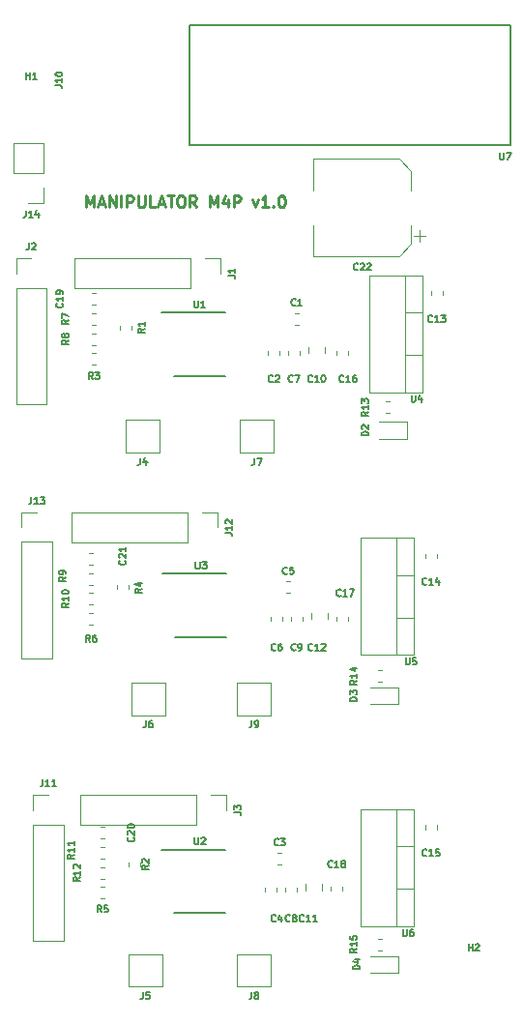
<source format=gbr>
G04 #@! TF.GenerationSoftware,KiCad,Pcbnew,(5.0.1)-3*
G04 #@! TF.CreationDate,2021-04-08T14:22:07+02:00*
G04 #@! TF.ProjectId,MAN_Motor_Drivers,4D414E5F4D6F746F725F447269766572,rev?*
G04 #@! TF.SameCoordinates,Original*
G04 #@! TF.FileFunction,Legend,Top*
G04 #@! TF.FilePolarity,Positive*
%FSLAX46Y46*%
G04 Gerber Fmt 4.6, Leading zero omitted, Abs format (unit mm)*
G04 Created by KiCad (PCBNEW (5.0.1)-3) date 08.04.2021 14:22:07*
%MOMM*%
%LPD*%
G01*
G04 APERTURE LIST*
%ADD10C,0.250000*%
%ADD11C,0.120000*%
%ADD12C,0.150000*%
G04 APERTURE END LIST*
D10*
X143583333Y-37702380D02*
X143583333Y-36702380D01*
X143916666Y-37416666D01*
X144250000Y-36702380D01*
X144250000Y-37702380D01*
X144678571Y-37416666D02*
X145154761Y-37416666D01*
X144583333Y-37702380D02*
X144916666Y-36702380D01*
X145250000Y-37702380D01*
X145583333Y-37702380D02*
X145583333Y-36702380D01*
X146154761Y-37702380D01*
X146154761Y-36702380D01*
X146630952Y-37702380D02*
X146630952Y-36702380D01*
X147107142Y-37702380D02*
X147107142Y-36702380D01*
X147488095Y-36702380D01*
X147583333Y-36750000D01*
X147630952Y-36797619D01*
X147678571Y-36892857D01*
X147678571Y-37035714D01*
X147630952Y-37130952D01*
X147583333Y-37178571D01*
X147488095Y-37226190D01*
X147107142Y-37226190D01*
X148107142Y-36702380D02*
X148107142Y-37511904D01*
X148154761Y-37607142D01*
X148202380Y-37654761D01*
X148297619Y-37702380D01*
X148488095Y-37702380D01*
X148583333Y-37654761D01*
X148630952Y-37607142D01*
X148678571Y-37511904D01*
X148678571Y-36702380D01*
X149630952Y-37702380D02*
X149154761Y-37702380D01*
X149154761Y-36702380D01*
X149916666Y-37416666D02*
X150392857Y-37416666D01*
X149821428Y-37702380D02*
X150154761Y-36702380D01*
X150488095Y-37702380D01*
X150678571Y-36702380D02*
X151250000Y-36702380D01*
X150964285Y-37702380D02*
X150964285Y-36702380D01*
X151773809Y-36702380D02*
X151964285Y-36702380D01*
X152059523Y-36750000D01*
X152154761Y-36845238D01*
X152202380Y-37035714D01*
X152202380Y-37369047D01*
X152154761Y-37559523D01*
X152059523Y-37654761D01*
X151964285Y-37702380D01*
X151773809Y-37702380D01*
X151678571Y-37654761D01*
X151583333Y-37559523D01*
X151535714Y-37369047D01*
X151535714Y-37035714D01*
X151583333Y-36845238D01*
X151678571Y-36750000D01*
X151773809Y-36702380D01*
X153202380Y-37702380D02*
X152869047Y-37226190D01*
X152630952Y-37702380D02*
X152630952Y-36702380D01*
X153011904Y-36702380D01*
X153107142Y-36750000D01*
X153154761Y-36797619D01*
X153202380Y-36892857D01*
X153202380Y-37035714D01*
X153154761Y-37130952D01*
X153107142Y-37178571D01*
X153011904Y-37226190D01*
X152630952Y-37226190D01*
X154392857Y-37702380D02*
X154392857Y-36702380D01*
X154726190Y-37416666D01*
X155059523Y-36702380D01*
X155059523Y-37702380D01*
X155964285Y-37035714D02*
X155964285Y-37702380D01*
X155726190Y-36654761D02*
X155488095Y-37369047D01*
X156107142Y-37369047D01*
X156488095Y-37702380D02*
X156488095Y-36702380D01*
X156869047Y-36702380D01*
X156964285Y-36750000D01*
X157011904Y-36797619D01*
X157059523Y-36892857D01*
X157059523Y-37035714D01*
X157011904Y-37130952D01*
X156964285Y-37178571D01*
X156869047Y-37226190D01*
X156488095Y-37226190D01*
X158154761Y-37035714D02*
X158392857Y-37702380D01*
X158630952Y-37035714D01*
X159535714Y-37702380D02*
X158964285Y-37702380D01*
X159250000Y-37702380D02*
X159250000Y-36702380D01*
X159154761Y-36845238D01*
X159059523Y-36940476D01*
X158964285Y-36988095D01*
X159964285Y-37607142D02*
X160011904Y-37654761D01*
X159964285Y-37702380D01*
X159916666Y-37654761D01*
X159964285Y-37607142D01*
X159964285Y-37702380D01*
X160630952Y-36702380D02*
X160726190Y-36702380D01*
X160821428Y-36750000D01*
X160869047Y-36797619D01*
X160916666Y-36892857D01*
X160964285Y-37083333D01*
X160964285Y-37321428D01*
X160916666Y-37511904D01*
X160869047Y-37607142D01*
X160821428Y-37654761D01*
X160726190Y-37702380D01*
X160630952Y-37702380D01*
X160535714Y-37654761D01*
X160488095Y-37607142D01*
X160440476Y-37511904D01*
X160392857Y-37321428D01*
X160392857Y-37083333D01*
X160440476Y-36892857D01*
X160488095Y-36797619D01*
X160535714Y-36750000D01*
X160630952Y-36702380D01*
D11*
G04 #@! TO.C,J3*
X155830000Y-89170000D02*
X155830000Y-90500000D01*
X154500000Y-89170000D02*
X155830000Y-89170000D01*
X153230000Y-89170000D02*
X153230000Y-91830000D01*
X153230000Y-91830000D02*
X143010000Y-91830000D01*
X153230000Y-89170000D02*
X143010000Y-89170000D01*
X143010000Y-89170000D02*
X143010000Y-91830000D01*
G04 #@! TO.C,C1*
X161828733Y-46990000D02*
X162171267Y-46990000D01*
X161828733Y-48010000D02*
X162171267Y-48010000D01*
G04 #@! TO.C,C2*
X160510000Y-50671267D02*
X160510000Y-50328733D01*
X159490000Y-50671267D02*
X159490000Y-50328733D01*
G04 #@! TO.C,C3*
X160328733Y-94240000D02*
X160671267Y-94240000D01*
X160328733Y-95260000D02*
X160671267Y-95260000D01*
G04 #@! TO.C,C4*
X160260000Y-97671267D02*
X160260000Y-97328733D01*
X159240000Y-97671267D02*
X159240000Y-97328733D01*
G04 #@! TO.C,C5*
X161078733Y-71510000D02*
X161421267Y-71510000D01*
X161078733Y-70490000D02*
X161421267Y-70490000D01*
G04 #@! TO.C,C6*
X159740000Y-73921267D02*
X159740000Y-73578733D01*
X160760000Y-73921267D02*
X160760000Y-73578733D01*
G04 #@! TO.C,C7*
X161240000Y-50671267D02*
X161240000Y-50328733D01*
X162260000Y-50671267D02*
X162260000Y-50328733D01*
G04 #@! TO.C,C8*
X162010000Y-97671267D02*
X162010000Y-97328733D01*
X160990000Y-97671267D02*
X160990000Y-97328733D01*
G04 #@! TO.C,C9*
X161490000Y-73921267D02*
X161490000Y-73578733D01*
X162510000Y-73921267D02*
X162510000Y-73578733D01*
G04 #@! TO.C,C10*
X163040000Y-50511252D02*
X163040000Y-49988748D01*
X164460000Y-50511252D02*
X164460000Y-49988748D01*
G04 #@! TO.C,C11*
X162790000Y-97511252D02*
X162790000Y-96988748D01*
X164210000Y-97511252D02*
X164210000Y-96988748D01*
G04 #@! TO.C,C12*
X164710000Y-73761252D02*
X164710000Y-73238748D01*
X163290000Y-73761252D02*
X163290000Y-73238748D01*
G04 #@! TO.C,C13*
X173740000Y-45078733D02*
X173740000Y-45421267D01*
X174760000Y-45078733D02*
X174760000Y-45421267D01*
G04 #@! TO.C,C14*
X173240000Y-68078733D02*
X173240000Y-68421267D01*
X174260000Y-68078733D02*
X174260000Y-68421267D01*
G04 #@! TO.C,C15*
X174260000Y-91828733D02*
X174260000Y-92171267D01*
X173240000Y-91828733D02*
X173240000Y-92171267D01*
G04 #@! TO.C,C16*
X165490000Y-50671267D02*
X165490000Y-50328733D01*
X166510000Y-50671267D02*
X166510000Y-50328733D01*
G04 #@! TO.C,C17*
X165490000Y-73921267D02*
X165490000Y-73578733D01*
X166510000Y-73921267D02*
X166510000Y-73578733D01*
G04 #@! TO.C,C18*
X166010000Y-97546268D02*
X166010000Y-97203734D01*
X164990000Y-97546268D02*
X164990000Y-97203734D01*
G04 #@! TO.C,J4*
X147000000Y-59200000D02*
X150000000Y-59200000D01*
X147000000Y-56350000D02*
X147000000Y-59200000D01*
X150000000Y-56350000D02*
X150000000Y-59200000D01*
X147000000Y-56350000D02*
X150000000Y-56350000D01*
G04 #@! TO.C,J5*
X147250000Y-103100000D02*
X150250000Y-103100000D01*
X150250000Y-103100000D02*
X150250000Y-105950000D01*
X147250000Y-103100000D02*
X147250000Y-105950000D01*
X147250000Y-105950000D02*
X150250000Y-105950000D01*
G04 #@! TO.C,J6*
X147500000Y-82200000D02*
X150500000Y-82200000D01*
X147500000Y-79350000D02*
X147500000Y-82200000D01*
X150500000Y-79350000D02*
X150500000Y-82200000D01*
X147500000Y-79350000D02*
X150500000Y-79350000D01*
G04 #@! TO.C,J7*
X157000000Y-56350000D02*
X160000000Y-56350000D01*
X160000000Y-56350000D02*
X160000000Y-59200000D01*
X157000000Y-56350000D02*
X157000000Y-59200000D01*
X157000000Y-59200000D02*
X160000000Y-59200000D01*
G04 #@! TO.C,J8*
X156750000Y-105950000D02*
X159750000Y-105950000D01*
X156750000Y-103100000D02*
X156750000Y-105950000D01*
X159750000Y-103100000D02*
X159750000Y-105950000D01*
X156750000Y-103100000D02*
X159750000Y-103100000D01*
G04 #@! TO.C,J9*
X156750000Y-79350000D02*
X159750000Y-79350000D01*
X159750000Y-79350000D02*
X159750000Y-82200000D01*
X156750000Y-79350000D02*
X156750000Y-82200000D01*
X156750000Y-82200000D02*
X159750000Y-82200000D01*
G04 #@! TO.C,R1*
X146490000Y-48078733D02*
X146490000Y-48421267D01*
X147510000Y-48078733D02*
X147510000Y-48421267D01*
G04 #@! TO.C,R2*
X147240000Y-95078733D02*
X147240000Y-95421267D01*
X148260000Y-95078733D02*
X148260000Y-95421267D01*
G04 #@! TO.C,R3*
X144421267Y-51510000D02*
X144078733Y-51510000D01*
X144421267Y-50490000D02*
X144078733Y-50490000D01*
G04 #@! TO.C,R4*
X146240000Y-70828733D02*
X146240000Y-71171267D01*
X147260000Y-70828733D02*
X147260000Y-71171267D01*
G04 #@! TO.C,R5*
X145171267Y-98260000D02*
X144828733Y-98260000D01*
X145171267Y-97240000D02*
X144828733Y-97240000D01*
G04 #@! TO.C,R6*
X144171267Y-73240000D02*
X143828733Y-73240000D01*
X144171267Y-74260000D02*
X143828733Y-74260000D01*
G04 #@! TO.C,R7*
X144078733Y-46990000D02*
X144421267Y-46990000D01*
X144078733Y-48010000D02*
X144421267Y-48010000D01*
G04 #@! TO.C,R8*
X144421267Y-48740000D02*
X144078733Y-48740000D01*
X144421267Y-49760000D02*
X144078733Y-49760000D01*
G04 #@! TO.C,R9*
X143828733Y-69740000D02*
X144171267Y-69740000D01*
X143828733Y-70760000D02*
X144171267Y-70760000D01*
G04 #@! TO.C,R10*
X144171267Y-71490000D02*
X143828733Y-71490000D01*
X144171267Y-72510000D02*
X143828733Y-72510000D01*
G04 #@! TO.C,R11*
X144828733Y-94760000D02*
X145171267Y-94760000D01*
X144828733Y-93740000D02*
X145171267Y-93740000D01*
G04 #@! TO.C,R12*
X145171267Y-95490000D02*
X144828733Y-95490000D01*
X145171267Y-96510000D02*
X144828733Y-96510000D01*
D12*
G04 #@! TO.C,U1*
X151250000Y-52475000D02*
X155750000Y-52475000D01*
X150125000Y-46925000D02*
X155750000Y-46925000D01*
G04 #@! TO.C,U2*
X151275000Y-99500000D02*
X155775000Y-99500000D01*
X150150000Y-93950000D02*
X155775000Y-93950000D01*
G04 #@! TO.C,U3*
X150241600Y-69800000D02*
X155866600Y-69800000D01*
X151366600Y-75350000D02*
X155866600Y-75350000D01*
D11*
G04 #@! TO.C,U4*
X173020000Y-43670000D02*
X173020000Y-53910000D01*
X168379000Y-43670000D02*
X168379000Y-53910000D01*
X173020000Y-43670000D02*
X168379000Y-43670000D01*
X173020000Y-53910000D02*
X168379000Y-53910000D01*
X171510000Y-43670000D02*
X171510000Y-53910000D01*
X173020000Y-46940000D02*
X171510000Y-46940000D01*
X173020000Y-50641000D02*
X171510000Y-50641000D01*
G04 #@! TO.C,U5*
X172270000Y-73641000D02*
X170760000Y-73641000D01*
X172270000Y-69940000D02*
X170760000Y-69940000D01*
X170760000Y-66670000D02*
X170760000Y-76910000D01*
X172270000Y-76910000D02*
X167629000Y-76910000D01*
X172270000Y-66670000D02*
X167629000Y-66670000D01*
X167629000Y-66670000D02*
X167629000Y-76910000D01*
X172270000Y-66670000D02*
X172270000Y-76910000D01*
G04 #@! TO.C,U6*
X172270000Y-90420000D02*
X172270000Y-100660000D01*
X167629000Y-90420000D02*
X167629000Y-100660000D01*
X172270000Y-90420000D02*
X167629000Y-90420000D01*
X172270000Y-100660000D02*
X167629000Y-100660000D01*
X170760000Y-90420000D02*
X170760000Y-100660000D01*
X172270000Y-93690000D02*
X170760000Y-93690000D01*
X172270000Y-97391000D02*
X170760000Y-97391000D01*
G04 #@! TO.C,J1*
X142510000Y-42170000D02*
X142510000Y-44830000D01*
X152730000Y-42170000D02*
X142510000Y-42170000D01*
X152730000Y-44830000D02*
X142510000Y-44830000D01*
X152730000Y-42170000D02*
X152730000Y-44830000D01*
X154000000Y-42170000D02*
X155330000Y-42170000D01*
X155330000Y-42170000D02*
X155330000Y-43500000D01*
G04 #@! TO.C,J2*
X137420000Y-54990000D02*
X140080000Y-54990000D01*
X137420000Y-44770000D02*
X137420000Y-54990000D01*
X140080000Y-44770000D02*
X140080000Y-54990000D01*
X137420000Y-44770000D02*
X140080000Y-44770000D01*
X137420000Y-43500000D02*
X137420000Y-42170000D01*
X137420000Y-42170000D02*
X138750000Y-42170000D01*
G04 #@! TO.C,J11*
X138920000Y-89170000D02*
X140250000Y-89170000D01*
X138920000Y-90500000D02*
X138920000Y-89170000D01*
X138920000Y-91770000D02*
X141580000Y-91770000D01*
X141580000Y-91770000D02*
X141580000Y-101990000D01*
X138920000Y-91770000D02*
X138920000Y-101990000D01*
X138920000Y-101990000D02*
X141580000Y-101990000D01*
G04 #@! TO.C,J12*
X155080000Y-64420000D02*
X155080000Y-65750000D01*
X153750000Y-64420000D02*
X155080000Y-64420000D01*
X152480000Y-64420000D02*
X152480000Y-67080000D01*
X152480000Y-67080000D02*
X142260000Y-67080000D01*
X152480000Y-64420000D02*
X142260000Y-64420000D01*
X142260000Y-64420000D02*
X142260000Y-67080000D01*
G04 #@! TO.C,J13*
X137920000Y-77240000D02*
X140580000Y-77240000D01*
X137920000Y-67020000D02*
X137920000Y-77240000D01*
X140580000Y-67020000D02*
X140580000Y-77240000D01*
X137920000Y-67020000D02*
X140580000Y-67020000D01*
X137920000Y-65750000D02*
X137920000Y-64420000D01*
X137920000Y-64420000D02*
X139250000Y-64420000D01*
G04 #@! TO.C,C19*
X144078733Y-45240000D02*
X144421267Y-45240000D01*
X144078733Y-46260000D02*
X144421267Y-46260000D01*
G04 #@! TO.C,C20*
X144828733Y-93010000D02*
X145171267Y-93010000D01*
X144828733Y-91990000D02*
X145171267Y-91990000D01*
G04 #@! TO.C,C21*
X143828733Y-67990000D02*
X144171267Y-67990000D01*
X143828733Y-69010000D02*
X144171267Y-69010000D01*
G04 #@! TO.C,J14*
X139830000Y-32130000D02*
X137170000Y-32130000D01*
X139830000Y-34730000D02*
X139830000Y-32130000D01*
X137170000Y-34730000D02*
X137170000Y-32130000D01*
X139830000Y-34730000D02*
X137170000Y-34730000D01*
X139830000Y-36000000D02*
X139830000Y-37330000D01*
X139830000Y-37330000D02*
X138500000Y-37330000D01*
G04 #@! TO.C,D2*
X169200000Y-57985000D02*
X171660000Y-57985000D01*
X171660000Y-57985000D02*
X171660000Y-56515000D01*
X171660000Y-56515000D02*
X169200000Y-56515000D01*
G04 #@! TO.C,D3*
X168450000Y-81235000D02*
X170910000Y-81235000D01*
X170910000Y-81235000D02*
X170910000Y-79765000D01*
X170910000Y-79765000D02*
X168450000Y-79765000D01*
G04 #@! TO.C,D4*
X170910000Y-103265000D02*
X168450000Y-103265000D01*
X170910000Y-104735000D02*
X170910000Y-103265000D01*
X168450000Y-104735000D02*
X170910000Y-104735000D01*
G04 #@! TO.C,R13*
X169828733Y-54740000D02*
X170171267Y-54740000D01*
X169828733Y-55760000D02*
X170171267Y-55760000D01*
G04 #@! TO.C,R14*
X169078733Y-79260000D02*
X169421267Y-79260000D01*
X169078733Y-78240000D02*
X169421267Y-78240000D01*
G04 #@! TO.C,R15*
X169078733Y-101740000D02*
X169421267Y-101740000D01*
X169078733Y-102760000D02*
X169421267Y-102760000D01*
D12*
G04 #@! TO.C,U7*
X154250000Y-21800000D02*
X180750000Y-21800000D01*
X180750000Y-21800000D02*
X180750000Y-32300000D01*
X180750000Y-32300000D02*
X152650000Y-32300000D01*
X152650000Y-32300000D02*
X152650000Y-21800000D01*
X152650000Y-21800000D02*
X154250000Y-21800000D01*
D11*
G04 #@! TO.C,C22*
X163490000Y-33490000D02*
X163490000Y-36240000D01*
X163490000Y-42010000D02*
X163490000Y-39260000D01*
X170945563Y-42010000D02*
X163490000Y-42010000D01*
X170945563Y-33490000D02*
X163490000Y-33490000D01*
X172010000Y-34554437D02*
X172010000Y-36240000D01*
X172010000Y-40945563D02*
X172010000Y-39260000D01*
X172010000Y-40945563D02*
X170945563Y-42010000D01*
X172010000Y-34554437D02*
X170945563Y-33490000D01*
X173250000Y-40260000D02*
X172250000Y-40260000D01*
X172750000Y-40760000D02*
X172750000Y-39760000D01*
G04 #@! TD*
G04 #@! TO.C,J3*
D12*
X156501428Y-90700000D02*
X156930000Y-90700000D01*
X157015714Y-90728571D01*
X157072857Y-90785714D01*
X157101428Y-90871428D01*
X157101428Y-90928571D01*
X156501428Y-90471428D02*
X156501428Y-90100000D01*
X156730000Y-90300000D01*
X156730000Y-90214285D01*
X156758571Y-90157142D01*
X156787142Y-90128571D01*
X156844285Y-90100000D01*
X156987142Y-90100000D01*
X157044285Y-90128571D01*
X157072857Y-90157142D01*
X157101428Y-90214285D01*
X157101428Y-90385714D01*
X157072857Y-90442857D01*
X157044285Y-90471428D01*
G04 #@! TO.C,C1*
X161900000Y-46284285D02*
X161871428Y-46312857D01*
X161785714Y-46341428D01*
X161728571Y-46341428D01*
X161642857Y-46312857D01*
X161585714Y-46255714D01*
X161557142Y-46198571D01*
X161528571Y-46084285D01*
X161528571Y-45998571D01*
X161557142Y-45884285D01*
X161585714Y-45827142D01*
X161642857Y-45770000D01*
X161728571Y-45741428D01*
X161785714Y-45741428D01*
X161871428Y-45770000D01*
X161900000Y-45798571D01*
X162471428Y-46341428D02*
X162128571Y-46341428D01*
X162300000Y-46341428D02*
X162300000Y-45741428D01*
X162242857Y-45827142D01*
X162185714Y-45884285D01*
X162128571Y-45912857D01*
G04 #@! TO.C,C2*
X159900000Y-52964285D02*
X159871428Y-52992857D01*
X159785714Y-53021428D01*
X159728571Y-53021428D01*
X159642857Y-52992857D01*
X159585714Y-52935714D01*
X159557142Y-52878571D01*
X159528571Y-52764285D01*
X159528571Y-52678571D01*
X159557142Y-52564285D01*
X159585714Y-52507142D01*
X159642857Y-52450000D01*
X159728571Y-52421428D01*
X159785714Y-52421428D01*
X159871428Y-52450000D01*
X159900000Y-52478571D01*
X160128571Y-52478571D02*
X160157142Y-52450000D01*
X160214285Y-52421428D01*
X160357142Y-52421428D01*
X160414285Y-52450000D01*
X160442857Y-52478571D01*
X160471428Y-52535714D01*
X160471428Y-52592857D01*
X160442857Y-52678571D01*
X160100000Y-53021428D01*
X160471428Y-53021428D01*
G04 #@! TO.C,C3*
X160400000Y-93534285D02*
X160371428Y-93562857D01*
X160285714Y-93591428D01*
X160228571Y-93591428D01*
X160142857Y-93562857D01*
X160085714Y-93505714D01*
X160057142Y-93448571D01*
X160028571Y-93334285D01*
X160028571Y-93248571D01*
X160057142Y-93134285D01*
X160085714Y-93077142D01*
X160142857Y-93020000D01*
X160228571Y-92991428D01*
X160285714Y-92991428D01*
X160371428Y-93020000D01*
X160400000Y-93048571D01*
X160600000Y-92991428D02*
X160971428Y-92991428D01*
X160771428Y-93220000D01*
X160857142Y-93220000D01*
X160914285Y-93248571D01*
X160942857Y-93277142D01*
X160971428Y-93334285D01*
X160971428Y-93477142D01*
X160942857Y-93534285D01*
X160914285Y-93562857D01*
X160857142Y-93591428D01*
X160685714Y-93591428D01*
X160628571Y-93562857D01*
X160600000Y-93534285D01*
G04 #@! TO.C,C4*
X160150000Y-100214285D02*
X160121428Y-100242857D01*
X160035714Y-100271428D01*
X159978571Y-100271428D01*
X159892857Y-100242857D01*
X159835714Y-100185714D01*
X159807142Y-100128571D01*
X159778571Y-100014285D01*
X159778571Y-99928571D01*
X159807142Y-99814285D01*
X159835714Y-99757142D01*
X159892857Y-99700000D01*
X159978571Y-99671428D01*
X160035714Y-99671428D01*
X160121428Y-99700000D01*
X160150000Y-99728571D01*
X160664285Y-99871428D02*
X160664285Y-100271428D01*
X160521428Y-99642857D02*
X160378571Y-100071428D01*
X160750000Y-100071428D01*
G04 #@! TO.C,C5*
X161150000Y-69784285D02*
X161121428Y-69812857D01*
X161035714Y-69841428D01*
X160978571Y-69841428D01*
X160892857Y-69812857D01*
X160835714Y-69755714D01*
X160807142Y-69698571D01*
X160778571Y-69584285D01*
X160778571Y-69498571D01*
X160807142Y-69384285D01*
X160835714Y-69327142D01*
X160892857Y-69270000D01*
X160978571Y-69241428D01*
X161035714Y-69241428D01*
X161121428Y-69270000D01*
X161150000Y-69298571D01*
X161692857Y-69241428D02*
X161407142Y-69241428D01*
X161378571Y-69527142D01*
X161407142Y-69498571D01*
X161464285Y-69470000D01*
X161607142Y-69470000D01*
X161664285Y-69498571D01*
X161692857Y-69527142D01*
X161721428Y-69584285D01*
X161721428Y-69727142D01*
X161692857Y-69784285D01*
X161664285Y-69812857D01*
X161607142Y-69841428D01*
X161464285Y-69841428D01*
X161407142Y-69812857D01*
X161378571Y-69784285D01*
G04 #@! TO.C,C6*
X160150000Y-76464285D02*
X160121428Y-76492857D01*
X160035714Y-76521428D01*
X159978571Y-76521428D01*
X159892857Y-76492857D01*
X159835714Y-76435714D01*
X159807142Y-76378571D01*
X159778571Y-76264285D01*
X159778571Y-76178571D01*
X159807142Y-76064285D01*
X159835714Y-76007142D01*
X159892857Y-75950000D01*
X159978571Y-75921428D01*
X160035714Y-75921428D01*
X160121428Y-75950000D01*
X160150000Y-75978571D01*
X160664285Y-75921428D02*
X160550000Y-75921428D01*
X160492857Y-75950000D01*
X160464285Y-75978571D01*
X160407142Y-76064285D01*
X160378571Y-76178571D01*
X160378571Y-76407142D01*
X160407142Y-76464285D01*
X160435714Y-76492857D01*
X160492857Y-76521428D01*
X160607142Y-76521428D01*
X160664285Y-76492857D01*
X160692857Y-76464285D01*
X160721428Y-76407142D01*
X160721428Y-76264285D01*
X160692857Y-76207142D01*
X160664285Y-76178571D01*
X160607142Y-76150000D01*
X160492857Y-76150000D01*
X160435714Y-76178571D01*
X160407142Y-76207142D01*
X160378571Y-76264285D01*
G04 #@! TO.C,C7*
X161650000Y-52964285D02*
X161621428Y-52992857D01*
X161535714Y-53021428D01*
X161478571Y-53021428D01*
X161392857Y-52992857D01*
X161335714Y-52935714D01*
X161307142Y-52878571D01*
X161278571Y-52764285D01*
X161278571Y-52678571D01*
X161307142Y-52564285D01*
X161335714Y-52507142D01*
X161392857Y-52450000D01*
X161478571Y-52421428D01*
X161535714Y-52421428D01*
X161621428Y-52450000D01*
X161650000Y-52478571D01*
X161850000Y-52421428D02*
X162250000Y-52421428D01*
X161992857Y-53021428D01*
G04 #@! TO.C,C8*
X161400000Y-100214285D02*
X161371428Y-100242857D01*
X161285714Y-100271428D01*
X161228571Y-100271428D01*
X161142857Y-100242857D01*
X161085714Y-100185714D01*
X161057142Y-100128571D01*
X161028571Y-100014285D01*
X161028571Y-99928571D01*
X161057142Y-99814285D01*
X161085714Y-99757142D01*
X161142857Y-99700000D01*
X161228571Y-99671428D01*
X161285714Y-99671428D01*
X161371428Y-99700000D01*
X161400000Y-99728571D01*
X161742857Y-99928571D02*
X161685714Y-99900000D01*
X161657142Y-99871428D01*
X161628571Y-99814285D01*
X161628571Y-99785714D01*
X161657142Y-99728571D01*
X161685714Y-99700000D01*
X161742857Y-99671428D01*
X161857142Y-99671428D01*
X161914285Y-99700000D01*
X161942857Y-99728571D01*
X161971428Y-99785714D01*
X161971428Y-99814285D01*
X161942857Y-99871428D01*
X161914285Y-99900000D01*
X161857142Y-99928571D01*
X161742857Y-99928571D01*
X161685714Y-99957142D01*
X161657142Y-99985714D01*
X161628571Y-100042857D01*
X161628571Y-100157142D01*
X161657142Y-100214285D01*
X161685714Y-100242857D01*
X161742857Y-100271428D01*
X161857142Y-100271428D01*
X161914285Y-100242857D01*
X161942857Y-100214285D01*
X161971428Y-100157142D01*
X161971428Y-100042857D01*
X161942857Y-99985714D01*
X161914285Y-99957142D01*
X161857142Y-99928571D01*
G04 #@! TO.C,C9*
X161900000Y-76464285D02*
X161871428Y-76492857D01*
X161785714Y-76521428D01*
X161728571Y-76521428D01*
X161642857Y-76492857D01*
X161585714Y-76435714D01*
X161557142Y-76378571D01*
X161528571Y-76264285D01*
X161528571Y-76178571D01*
X161557142Y-76064285D01*
X161585714Y-76007142D01*
X161642857Y-75950000D01*
X161728571Y-75921428D01*
X161785714Y-75921428D01*
X161871428Y-75950000D01*
X161900000Y-75978571D01*
X162185714Y-76521428D02*
X162300000Y-76521428D01*
X162357142Y-76492857D01*
X162385714Y-76464285D01*
X162442857Y-76378571D01*
X162471428Y-76264285D01*
X162471428Y-76035714D01*
X162442857Y-75978571D01*
X162414285Y-75950000D01*
X162357142Y-75921428D01*
X162242857Y-75921428D01*
X162185714Y-75950000D01*
X162157142Y-75978571D01*
X162128571Y-76035714D01*
X162128571Y-76178571D01*
X162157142Y-76235714D01*
X162185714Y-76264285D01*
X162242857Y-76292857D01*
X162357142Y-76292857D01*
X162414285Y-76264285D01*
X162442857Y-76235714D01*
X162471428Y-76178571D01*
G04 #@! TO.C,C10*
X163364285Y-52964285D02*
X163335714Y-52992857D01*
X163250000Y-53021428D01*
X163192857Y-53021428D01*
X163107142Y-52992857D01*
X163050000Y-52935714D01*
X163021428Y-52878571D01*
X162992857Y-52764285D01*
X162992857Y-52678571D01*
X163021428Y-52564285D01*
X163050000Y-52507142D01*
X163107142Y-52450000D01*
X163192857Y-52421428D01*
X163250000Y-52421428D01*
X163335714Y-52450000D01*
X163364285Y-52478571D01*
X163935714Y-53021428D02*
X163592857Y-53021428D01*
X163764285Y-53021428D02*
X163764285Y-52421428D01*
X163707142Y-52507142D01*
X163650000Y-52564285D01*
X163592857Y-52592857D01*
X164307142Y-52421428D02*
X164364285Y-52421428D01*
X164421428Y-52450000D01*
X164450000Y-52478571D01*
X164478571Y-52535714D01*
X164507142Y-52650000D01*
X164507142Y-52792857D01*
X164478571Y-52907142D01*
X164450000Y-52964285D01*
X164421428Y-52992857D01*
X164364285Y-53021428D01*
X164307142Y-53021428D01*
X164250000Y-52992857D01*
X164221428Y-52964285D01*
X164192857Y-52907142D01*
X164164285Y-52792857D01*
X164164285Y-52650000D01*
X164192857Y-52535714D01*
X164221428Y-52478571D01*
X164250000Y-52450000D01*
X164307142Y-52421428D01*
G04 #@! TO.C,C11*
X162614285Y-100214285D02*
X162585714Y-100242857D01*
X162500000Y-100271428D01*
X162442857Y-100271428D01*
X162357142Y-100242857D01*
X162300000Y-100185714D01*
X162271428Y-100128571D01*
X162242857Y-100014285D01*
X162242857Y-99928571D01*
X162271428Y-99814285D01*
X162300000Y-99757142D01*
X162357142Y-99700000D01*
X162442857Y-99671428D01*
X162500000Y-99671428D01*
X162585714Y-99700000D01*
X162614285Y-99728571D01*
X163185714Y-100271428D02*
X162842857Y-100271428D01*
X163014285Y-100271428D02*
X163014285Y-99671428D01*
X162957142Y-99757142D01*
X162900000Y-99814285D01*
X162842857Y-99842857D01*
X163757142Y-100271428D02*
X163414285Y-100271428D01*
X163585714Y-100271428D02*
X163585714Y-99671428D01*
X163528571Y-99757142D01*
X163471428Y-99814285D01*
X163414285Y-99842857D01*
G04 #@! TO.C,C12*
X163364285Y-76464285D02*
X163335714Y-76492857D01*
X163250000Y-76521428D01*
X163192857Y-76521428D01*
X163107142Y-76492857D01*
X163050000Y-76435714D01*
X163021428Y-76378571D01*
X162992857Y-76264285D01*
X162992857Y-76178571D01*
X163021428Y-76064285D01*
X163050000Y-76007142D01*
X163107142Y-75950000D01*
X163192857Y-75921428D01*
X163250000Y-75921428D01*
X163335714Y-75950000D01*
X163364285Y-75978571D01*
X163935714Y-76521428D02*
X163592857Y-76521428D01*
X163764285Y-76521428D02*
X163764285Y-75921428D01*
X163707142Y-76007142D01*
X163650000Y-76064285D01*
X163592857Y-76092857D01*
X164164285Y-75978571D02*
X164192857Y-75950000D01*
X164250000Y-75921428D01*
X164392857Y-75921428D01*
X164450000Y-75950000D01*
X164478571Y-75978571D01*
X164507142Y-76035714D01*
X164507142Y-76092857D01*
X164478571Y-76178571D01*
X164135714Y-76521428D01*
X164507142Y-76521428D01*
G04 #@! TO.C,C13*
X173864285Y-47714285D02*
X173835714Y-47742857D01*
X173750000Y-47771428D01*
X173692857Y-47771428D01*
X173607142Y-47742857D01*
X173550000Y-47685714D01*
X173521428Y-47628571D01*
X173492857Y-47514285D01*
X173492857Y-47428571D01*
X173521428Y-47314285D01*
X173550000Y-47257142D01*
X173607142Y-47200000D01*
X173692857Y-47171428D01*
X173750000Y-47171428D01*
X173835714Y-47200000D01*
X173864285Y-47228571D01*
X174435714Y-47771428D02*
X174092857Y-47771428D01*
X174264285Y-47771428D02*
X174264285Y-47171428D01*
X174207142Y-47257142D01*
X174150000Y-47314285D01*
X174092857Y-47342857D01*
X174635714Y-47171428D02*
X175007142Y-47171428D01*
X174807142Y-47400000D01*
X174892857Y-47400000D01*
X174950000Y-47428571D01*
X174978571Y-47457142D01*
X175007142Y-47514285D01*
X175007142Y-47657142D01*
X174978571Y-47714285D01*
X174950000Y-47742857D01*
X174892857Y-47771428D01*
X174721428Y-47771428D01*
X174664285Y-47742857D01*
X174635714Y-47714285D01*
G04 #@! TO.C,C14*
X173364285Y-70714285D02*
X173335714Y-70742857D01*
X173250000Y-70771428D01*
X173192857Y-70771428D01*
X173107142Y-70742857D01*
X173050000Y-70685714D01*
X173021428Y-70628571D01*
X172992857Y-70514285D01*
X172992857Y-70428571D01*
X173021428Y-70314285D01*
X173050000Y-70257142D01*
X173107142Y-70200000D01*
X173192857Y-70171428D01*
X173250000Y-70171428D01*
X173335714Y-70200000D01*
X173364285Y-70228571D01*
X173935714Y-70771428D02*
X173592857Y-70771428D01*
X173764285Y-70771428D02*
X173764285Y-70171428D01*
X173707142Y-70257142D01*
X173650000Y-70314285D01*
X173592857Y-70342857D01*
X174450000Y-70371428D02*
X174450000Y-70771428D01*
X174307142Y-70142857D02*
X174164285Y-70571428D01*
X174535714Y-70571428D01*
G04 #@! TO.C,C15*
X173364285Y-94464285D02*
X173335714Y-94492857D01*
X173250000Y-94521428D01*
X173192857Y-94521428D01*
X173107142Y-94492857D01*
X173050000Y-94435714D01*
X173021428Y-94378571D01*
X172992857Y-94264285D01*
X172992857Y-94178571D01*
X173021428Y-94064285D01*
X173050000Y-94007142D01*
X173107142Y-93950000D01*
X173192857Y-93921428D01*
X173250000Y-93921428D01*
X173335714Y-93950000D01*
X173364285Y-93978571D01*
X173935714Y-94521428D02*
X173592857Y-94521428D01*
X173764285Y-94521428D02*
X173764285Y-93921428D01*
X173707142Y-94007142D01*
X173650000Y-94064285D01*
X173592857Y-94092857D01*
X174478571Y-93921428D02*
X174192857Y-93921428D01*
X174164285Y-94207142D01*
X174192857Y-94178571D01*
X174250000Y-94150000D01*
X174392857Y-94150000D01*
X174450000Y-94178571D01*
X174478571Y-94207142D01*
X174507142Y-94264285D01*
X174507142Y-94407142D01*
X174478571Y-94464285D01*
X174450000Y-94492857D01*
X174392857Y-94521428D01*
X174250000Y-94521428D01*
X174192857Y-94492857D01*
X174164285Y-94464285D01*
G04 #@! TO.C,C16*
X166114285Y-52964285D02*
X166085714Y-52992857D01*
X166000000Y-53021428D01*
X165942857Y-53021428D01*
X165857142Y-52992857D01*
X165800000Y-52935714D01*
X165771428Y-52878571D01*
X165742857Y-52764285D01*
X165742857Y-52678571D01*
X165771428Y-52564285D01*
X165800000Y-52507142D01*
X165857142Y-52450000D01*
X165942857Y-52421428D01*
X166000000Y-52421428D01*
X166085714Y-52450000D01*
X166114285Y-52478571D01*
X166685714Y-53021428D02*
X166342857Y-53021428D01*
X166514285Y-53021428D02*
X166514285Y-52421428D01*
X166457142Y-52507142D01*
X166400000Y-52564285D01*
X166342857Y-52592857D01*
X167200000Y-52421428D02*
X167085714Y-52421428D01*
X167028571Y-52450000D01*
X167000000Y-52478571D01*
X166942857Y-52564285D01*
X166914285Y-52678571D01*
X166914285Y-52907142D01*
X166942857Y-52964285D01*
X166971428Y-52992857D01*
X167028571Y-53021428D01*
X167142857Y-53021428D01*
X167200000Y-52992857D01*
X167228571Y-52964285D01*
X167257142Y-52907142D01*
X167257142Y-52764285D01*
X167228571Y-52707142D01*
X167200000Y-52678571D01*
X167142857Y-52650000D01*
X167028571Y-52650000D01*
X166971428Y-52678571D01*
X166942857Y-52707142D01*
X166914285Y-52764285D01*
G04 #@! TO.C,C17*
X165864285Y-71714285D02*
X165835714Y-71742857D01*
X165750000Y-71771428D01*
X165692857Y-71771428D01*
X165607142Y-71742857D01*
X165550000Y-71685714D01*
X165521428Y-71628571D01*
X165492857Y-71514285D01*
X165492857Y-71428571D01*
X165521428Y-71314285D01*
X165550000Y-71257142D01*
X165607142Y-71200000D01*
X165692857Y-71171428D01*
X165750000Y-71171428D01*
X165835714Y-71200000D01*
X165864285Y-71228571D01*
X166435714Y-71771428D02*
X166092857Y-71771428D01*
X166264285Y-71771428D02*
X166264285Y-71171428D01*
X166207142Y-71257142D01*
X166150000Y-71314285D01*
X166092857Y-71342857D01*
X166635714Y-71171428D02*
X167035714Y-71171428D01*
X166778571Y-71771428D01*
G04 #@! TO.C,C18*
X165114285Y-95464285D02*
X165085714Y-95492857D01*
X165000000Y-95521428D01*
X164942857Y-95521428D01*
X164857142Y-95492857D01*
X164800000Y-95435714D01*
X164771428Y-95378571D01*
X164742857Y-95264285D01*
X164742857Y-95178571D01*
X164771428Y-95064285D01*
X164800000Y-95007142D01*
X164857142Y-94950000D01*
X164942857Y-94921428D01*
X165000000Y-94921428D01*
X165085714Y-94950000D01*
X165114285Y-94978571D01*
X165685714Y-95521428D02*
X165342857Y-95521428D01*
X165514285Y-95521428D02*
X165514285Y-94921428D01*
X165457142Y-95007142D01*
X165400000Y-95064285D01*
X165342857Y-95092857D01*
X166028571Y-95178571D02*
X165971428Y-95150000D01*
X165942857Y-95121428D01*
X165914285Y-95064285D01*
X165914285Y-95035714D01*
X165942857Y-94978571D01*
X165971428Y-94950000D01*
X166028571Y-94921428D01*
X166142857Y-94921428D01*
X166200000Y-94950000D01*
X166228571Y-94978571D01*
X166257142Y-95035714D01*
X166257142Y-95064285D01*
X166228571Y-95121428D01*
X166200000Y-95150000D01*
X166142857Y-95178571D01*
X166028571Y-95178571D01*
X165971428Y-95207142D01*
X165942857Y-95235714D01*
X165914285Y-95292857D01*
X165914285Y-95407142D01*
X165942857Y-95464285D01*
X165971428Y-95492857D01*
X166028571Y-95521428D01*
X166142857Y-95521428D01*
X166200000Y-95492857D01*
X166228571Y-95464285D01*
X166257142Y-95407142D01*
X166257142Y-95292857D01*
X166228571Y-95235714D01*
X166200000Y-95207142D01*
X166142857Y-95178571D01*
G04 #@! TO.C,J4*
X148300000Y-59671428D02*
X148300000Y-60100000D01*
X148271428Y-60185714D01*
X148214285Y-60242857D01*
X148128571Y-60271428D01*
X148071428Y-60271428D01*
X148842857Y-59871428D02*
X148842857Y-60271428D01*
X148700000Y-59642857D02*
X148557142Y-60071428D01*
X148928571Y-60071428D01*
G04 #@! TO.C,J5*
X148550000Y-106421428D02*
X148550000Y-106850000D01*
X148521428Y-106935714D01*
X148464285Y-106992857D01*
X148378571Y-107021428D01*
X148321428Y-107021428D01*
X149121428Y-106421428D02*
X148835714Y-106421428D01*
X148807142Y-106707142D01*
X148835714Y-106678571D01*
X148892857Y-106650000D01*
X149035714Y-106650000D01*
X149092857Y-106678571D01*
X149121428Y-106707142D01*
X149150000Y-106764285D01*
X149150000Y-106907142D01*
X149121428Y-106964285D01*
X149092857Y-106992857D01*
X149035714Y-107021428D01*
X148892857Y-107021428D01*
X148835714Y-106992857D01*
X148807142Y-106964285D01*
G04 #@! TO.C,J6*
X148800000Y-82671428D02*
X148800000Y-83100000D01*
X148771428Y-83185714D01*
X148714285Y-83242857D01*
X148628571Y-83271428D01*
X148571428Y-83271428D01*
X149342857Y-82671428D02*
X149228571Y-82671428D01*
X149171428Y-82700000D01*
X149142857Y-82728571D01*
X149085714Y-82814285D01*
X149057142Y-82928571D01*
X149057142Y-83157142D01*
X149085714Y-83214285D01*
X149114285Y-83242857D01*
X149171428Y-83271428D01*
X149285714Y-83271428D01*
X149342857Y-83242857D01*
X149371428Y-83214285D01*
X149400000Y-83157142D01*
X149400000Y-83014285D01*
X149371428Y-82957142D01*
X149342857Y-82928571D01*
X149285714Y-82900000D01*
X149171428Y-82900000D01*
X149114285Y-82928571D01*
X149085714Y-82957142D01*
X149057142Y-83014285D01*
G04 #@! TO.C,J7*
X158300000Y-59671428D02*
X158300000Y-60100000D01*
X158271428Y-60185714D01*
X158214285Y-60242857D01*
X158128571Y-60271428D01*
X158071428Y-60271428D01*
X158528571Y-59671428D02*
X158928571Y-59671428D01*
X158671428Y-60271428D01*
G04 #@! TO.C,J8*
X158050000Y-106421428D02*
X158050000Y-106850000D01*
X158021428Y-106935714D01*
X157964285Y-106992857D01*
X157878571Y-107021428D01*
X157821428Y-107021428D01*
X158421428Y-106678571D02*
X158364285Y-106650000D01*
X158335714Y-106621428D01*
X158307142Y-106564285D01*
X158307142Y-106535714D01*
X158335714Y-106478571D01*
X158364285Y-106450000D01*
X158421428Y-106421428D01*
X158535714Y-106421428D01*
X158592857Y-106450000D01*
X158621428Y-106478571D01*
X158650000Y-106535714D01*
X158650000Y-106564285D01*
X158621428Y-106621428D01*
X158592857Y-106650000D01*
X158535714Y-106678571D01*
X158421428Y-106678571D01*
X158364285Y-106707142D01*
X158335714Y-106735714D01*
X158307142Y-106792857D01*
X158307142Y-106907142D01*
X158335714Y-106964285D01*
X158364285Y-106992857D01*
X158421428Y-107021428D01*
X158535714Y-107021428D01*
X158592857Y-106992857D01*
X158621428Y-106964285D01*
X158650000Y-106907142D01*
X158650000Y-106792857D01*
X158621428Y-106735714D01*
X158592857Y-106707142D01*
X158535714Y-106678571D01*
G04 #@! TO.C,J9*
X158050000Y-82671428D02*
X158050000Y-83100000D01*
X158021428Y-83185714D01*
X157964285Y-83242857D01*
X157878571Y-83271428D01*
X157821428Y-83271428D01*
X158364285Y-83271428D02*
X158478571Y-83271428D01*
X158535714Y-83242857D01*
X158564285Y-83214285D01*
X158621428Y-83128571D01*
X158650000Y-83014285D01*
X158650000Y-82785714D01*
X158621428Y-82728571D01*
X158592857Y-82700000D01*
X158535714Y-82671428D01*
X158421428Y-82671428D01*
X158364285Y-82700000D01*
X158335714Y-82728571D01*
X158307142Y-82785714D01*
X158307142Y-82928571D01*
X158335714Y-82985714D01*
X158364285Y-83014285D01*
X158421428Y-83042857D01*
X158535714Y-83042857D01*
X158592857Y-83014285D01*
X158621428Y-82985714D01*
X158650000Y-82928571D01*
G04 #@! TO.C,R1*
X148701428Y-48350000D02*
X148415714Y-48550000D01*
X148701428Y-48692857D02*
X148101428Y-48692857D01*
X148101428Y-48464285D01*
X148130000Y-48407142D01*
X148158571Y-48378571D01*
X148215714Y-48350000D01*
X148301428Y-48350000D01*
X148358571Y-48378571D01*
X148387142Y-48407142D01*
X148415714Y-48464285D01*
X148415714Y-48692857D01*
X148701428Y-47778571D02*
X148701428Y-48121428D01*
X148701428Y-47950000D02*
X148101428Y-47950000D01*
X148187142Y-48007142D01*
X148244285Y-48064285D01*
X148272857Y-48121428D01*
G04 #@! TO.C,R2*
X149021428Y-95350000D02*
X148735714Y-95550000D01*
X149021428Y-95692857D02*
X148421428Y-95692857D01*
X148421428Y-95464285D01*
X148450000Y-95407142D01*
X148478571Y-95378571D01*
X148535714Y-95350000D01*
X148621428Y-95350000D01*
X148678571Y-95378571D01*
X148707142Y-95407142D01*
X148735714Y-95464285D01*
X148735714Y-95692857D01*
X148478571Y-95121428D02*
X148450000Y-95092857D01*
X148421428Y-95035714D01*
X148421428Y-94892857D01*
X148450000Y-94835714D01*
X148478571Y-94807142D01*
X148535714Y-94778571D01*
X148592857Y-94778571D01*
X148678571Y-94807142D01*
X149021428Y-95150000D01*
X149021428Y-94778571D01*
G04 #@! TO.C,R3*
X144150000Y-52771428D02*
X143950000Y-52485714D01*
X143807142Y-52771428D02*
X143807142Y-52171428D01*
X144035714Y-52171428D01*
X144092857Y-52200000D01*
X144121428Y-52228571D01*
X144150000Y-52285714D01*
X144150000Y-52371428D01*
X144121428Y-52428571D01*
X144092857Y-52457142D01*
X144035714Y-52485714D01*
X143807142Y-52485714D01*
X144350000Y-52171428D02*
X144721428Y-52171428D01*
X144521428Y-52400000D01*
X144607142Y-52400000D01*
X144664285Y-52428571D01*
X144692857Y-52457142D01*
X144721428Y-52514285D01*
X144721428Y-52657142D01*
X144692857Y-52714285D01*
X144664285Y-52742857D01*
X144607142Y-52771428D01*
X144435714Y-52771428D01*
X144378571Y-52742857D01*
X144350000Y-52714285D01*
G04 #@! TO.C,R4*
X148451428Y-71100000D02*
X148165714Y-71300000D01*
X148451428Y-71442857D02*
X147851428Y-71442857D01*
X147851428Y-71214285D01*
X147880000Y-71157142D01*
X147908571Y-71128571D01*
X147965714Y-71100000D01*
X148051428Y-71100000D01*
X148108571Y-71128571D01*
X148137142Y-71157142D01*
X148165714Y-71214285D01*
X148165714Y-71442857D01*
X148051428Y-70585714D02*
X148451428Y-70585714D01*
X147822857Y-70728571D02*
X148251428Y-70871428D01*
X148251428Y-70500000D01*
G04 #@! TO.C,R5*
X144900000Y-99451428D02*
X144700000Y-99165714D01*
X144557142Y-99451428D02*
X144557142Y-98851428D01*
X144785714Y-98851428D01*
X144842857Y-98880000D01*
X144871428Y-98908571D01*
X144900000Y-98965714D01*
X144900000Y-99051428D01*
X144871428Y-99108571D01*
X144842857Y-99137142D01*
X144785714Y-99165714D01*
X144557142Y-99165714D01*
X145442857Y-98851428D02*
X145157142Y-98851428D01*
X145128571Y-99137142D01*
X145157142Y-99108571D01*
X145214285Y-99080000D01*
X145357142Y-99080000D01*
X145414285Y-99108571D01*
X145442857Y-99137142D01*
X145471428Y-99194285D01*
X145471428Y-99337142D01*
X145442857Y-99394285D01*
X145414285Y-99422857D01*
X145357142Y-99451428D01*
X145214285Y-99451428D01*
X145157142Y-99422857D01*
X145128571Y-99394285D01*
G04 #@! TO.C,R6*
X143900000Y-75771428D02*
X143700000Y-75485714D01*
X143557142Y-75771428D02*
X143557142Y-75171428D01*
X143785714Y-75171428D01*
X143842857Y-75200000D01*
X143871428Y-75228571D01*
X143900000Y-75285714D01*
X143900000Y-75371428D01*
X143871428Y-75428571D01*
X143842857Y-75457142D01*
X143785714Y-75485714D01*
X143557142Y-75485714D01*
X144414285Y-75171428D02*
X144300000Y-75171428D01*
X144242857Y-75200000D01*
X144214285Y-75228571D01*
X144157142Y-75314285D01*
X144128571Y-75428571D01*
X144128571Y-75657142D01*
X144157142Y-75714285D01*
X144185714Y-75742857D01*
X144242857Y-75771428D01*
X144357142Y-75771428D01*
X144414285Y-75742857D01*
X144442857Y-75714285D01*
X144471428Y-75657142D01*
X144471428Y-75514285D01*
X144442857Y-75457142D01*
X144414285Y-75428571D01*
X144357142Y-75400000D01*
X144242857Y-75400000D01*
X144185714Y-75428571D01*
X144157142Y-75457142D01*
X144128571Y-75514285D01*
G04 #@! TO.C,R7*
X142021428Y-47600000D02*
X141735714Y-47800000D01*
X142021428Y-47942857D02*
X141421428Y-47942857D01*
X141421428Y-47714285D01*
X141450000Y-47657142D01*
X141478571Y-47628571D01*
X141535714Y-47600000D01*
X141621428Y-47600000D01*
X141678571Y-47628571D01*
X141707142Y-47657142D01*
X141735714Y-47714285D01*
X141735714Y-47942857D01*
X141421428Y-47400000D02*
X141421428Y-47000000D01*
X142021428Y-47257142D01*
G04 #@! TO.C,R8*
X142021428Y-49350000D02*
X141735714Y-49550000D01*
X142021428Y-49692857D02*
X141421428Y-49692857D01*
X141421428Y-49464285D01*
X141450000Y-49407142D01*
X141478571Y-49378571D01*
X141535714Y-49350000D01*
X141621428Y-49350000D01*
X141678571Y-49378571D01*
X141707142Y-49407142D01*
X141735714Y-49464285D01*
X141735714Y-49692857D01*
X141678571Y-49007142D02*
X141650000Y-49064285D01*
X141621428Y-49092857D01*
X141564285Y-49121428D01*
X141535714Y-49121428D01*
X141478571Y-49092857D01*
X141450000Y-49064285D01*
X141421428Y-49007142D01*
X141421428Y-48892857D01*
X141450000Y-48835714D01*
X141478571Y-48807142D01*
X141535714Y-48778571D01*
X141564285Y-48778571D01*
X141621428Y-48807142D01*
X141650000Y-48835714D01*
X141678571Y-48892857D01*
X141678571Y-49007142D01*
X141707142Y-49064285D01*
X141735714Y-49092857D01*
X141792857Y-49121428D01*
X141907142Y-49121428D01*
X141964285Y-49092857D01*
X141992857Y-49064285D01*
X142021428Y-49007142D01*
X142021428Y-48892857D01*
X141992857Y-48835714D01*
X141964285Y-48807142D01*
X141907142Y-48778571D01*
X141792857Y-48778571D01*
X141735714Y-48807142D01*
X141707142Y-48835714D01*
X141678571Y-48892857D01*
G04 #@! TO.C,R9*
X141771428Y-70100000D02*
X141485714Y-70300000D01*
X141771428Y-70442857D02*
X141171428Y-70442857D01*
X141171428Y-70214285D01*
X141200000Y-70157142D01*
X141228571Y-70128571D01*
X141285714Y-70100000D01*
X141371428Y-70100000D01*
X141428571Y-70128571D01*
X141457142Y-70157142D01*
X141485714Y-70214285D01*
X141485714Y-70442857D01*
X141771428Y-69814285D02*
X141771428Y-69700000D01*
X141742857Y-69642857D01*
X141714285Y-69614285D01*
X141628571Y-69557142D01*
X141514285Y-69528571D01*
X141285714Y-69528571D01*
X141228571Y-69557142D01*
X141200000Y-69585714D01*
X141171428Y-69642857D01*
X141171428Y-69757142D01*
X141200000Y-69814285D01*
X141228571Y-69842857D01*
X141285714Y-69871428D01*
X141428571Y-69871428D01*
X141485714Y-69842857D01*
X141514285Y-69814285D01*
X141542857Y-69757142D01*
X141542857Y-69642857D01*
X141514285Y-69585714D01*
X141485714Y-69557142D01*
X141428571Y-69528571D01*
G04 #@! TO.C,R10*
X142021428Y-72385714D02*
X141735714Y-72585714D01*
X142021428Y-72728571D02*
X141421428Y-72728571D01*
X141421428Y-72500000D01*
X141450000Y-72442857D01*
X141478571Y-72414285D01*
X141535714Y-72385714D01*
X141621428Y-72385714D01*
X141678571Y-72414285D01*
X141707142Y-72442857D01*
X141735714Y-72500000D01*
X141735714Y-72728571D01*
X142021428Y-71814285D02*
X142021428Y-72157142D01*
X142021428Y-71985714D02*
X141421428Y-71985714D01*
X141507142Y-72042857D01*
X141564285Y-72100000D01*
X141592857Y-72157142D01*
X141421428Y-71442857D02*
X141421428Y-71385714D01*
X141450000Y-71328571D01*
X141478571Y-71300000D01*
X141535714Y-71271428D01*
X141650000Y-71242857D01*
X141792857Y-71242857D01*
X141907142Y-71271428D01*
X141964285Y-71300000D01*
X141992857Y-71328571D01*
X142021428Y-71385714D01*
X142021428Y-71442857D01*
X141992857Y-71500000D01*
X141964285Y-71528571D01*
X141907142Y-71557142D01*
X141792857Y-71585714D01*
X141650000Y-71585714D01*
X141535714Y-71557142D01*
X141478571Y-71528571D01*
X141450000Y-71500000D01*
X141421428Y-71442857D01*
G04 #@! TO.C,R11*
X142521428Y-94385714D02*
X142235714Y-94585714D01*
X142521428Y-94728571D02*
X141921428Y-94728571D01*
X141921428Y-94500000D01*
X141950000Y-94442857D01*
X141978571Y-94414285D01*
X142035714Y-94385714D01*
X142121428Y-94385714D01*
X142178571Y-94414285D01*
X142207142Y-94442857D01*
X142235714Y-94500000D01*
X142235714Y-94728571D01*
X142521428Y-93814285D02*
X142521428Y-94157142D01*
X142521428Y-93985714D02*
X141921428Y-93985714D01*
X142007142Y-94042857D01*
X142064285Y-94100000D01*
X142092857Y-94157142D01*
X142521428Y-93242857D02*
X142521428Y-93585714D01*
X142521428Y-93414285D02*
X141921428Y-93414285D01*
X142007142Y-93471428D01*
X142064285Y-93528571D01*
X142092857Y-93585714D01*
G04 #@! TO.C,R12*
X143021428Y-96385714D02*
X142735714Y-96585714D01*
X143021428Y-96728571D02*
X142421428Y-96728571D01*
X142421428Y-96500000D01*
X142450000Y-96442857D01*
X142478571Y-96414285D01*
X142535714Y-96385714D01*
X142621428Y-96385714D01*
X142678571Y-96414285D01*
X142707142Y-96442857D01*
X142735714Y-96500000D01*
X142735714Y-96728571D01*
X143021428Y-95814285D02*
X143021428Y-96157142D01*
X143021428Y-95985714D02*
X142421428Y-95985714D01*
X142507142Y-96042857D01*
X142564285Y-96100000D01*
X142592857Y-96157142D01*
X142478571Y-95585714D02*
X142450000Y-95557142D01*
X142421428Y-95500000D01*
X142421428Y-95357142D01*
X142450000Y-95300000D01*
X142478571Y-95271428D01*
X142535714Y-95242857D01*
X142592857Y-95242857D01*
X142678571Y-95271428D01*
X143021428Y-95614285D01*
X143021428Y-95242857D01*
G04 #@! TO.C,U1*
X153042857Y-45871428D02*
X153042857Y-46357142D01*
X153071428Y-46414285D01*
X153100000Y-46442857D01*
X153157142Y-46471428D01*
X153271428Y-46471428D01*
X153328571Y-46442857D01*
X153357142Y-46414285D01*
X153385714Y-46357142D01*
X153385714Y-45871428D01*
X153985714Y-46471428D02*
X153642857Y-46471428D01*
X153814285Y-46471428D02*
X153814285Y-45871428D01*
X153757142Y-45957142D01*
X153700000Y-46014285D01*
X153642857Y-46042857D01*
G04 #@! TO.C,U2*
X153067857Y-92896428D02*
X153067857Y-93382142D01*
X153096428Y-93439285D01*
X153125000Y-93467857D01*
X153182142Y-93496428D01*
X153296428Y-93496428D01*
X153353571Y-93467857D01*
X153382142Y-93439285D01*
X153410714Y-93382142D01*
X153410714Y-92896428D01*
X153667857Y-92953571D02*
X153696428Y-92925000D01*
X153753571Y-92896428D01*
X153896428Y-92896428D01*
X153953571Y-92925000D01*
X153982142Y-92953571D01*
X154010714Y-93010714D01*
X154010714Y-93067857D01*
X153982142Y-93153571D01*
X153639285Y-93496428D01*
X154010714Y-93496428D01*
G04 #@! TO.C,U3*
X153159457Y-68746428D02*
X153159457Y-69232142D01*
X153188028Y-69289285D01*
X153216600Y-69317857D01*
X153273742Y-69346428D01*
X153388028Y-69346428D01*
X153445171Y-69317857D01*
X153473742Y-69289285D01*
X153502314Y-69232142D01*
X153502314Y-68746428D01*
X153730885Y-68746428D02*
X154102314Y-68746428D01*
X153902314Y-68975000D01*
X153988028Y-68975000D01*
X154045171Y-69003571D01*
X154073742Y-69032142D01*
X154102314Y-69089285D01*
X154102314Y-69232142D01*
X154073742Y-69289285D01*
X154045171Y-69317857D01*
X153988028Y-69346428D01*
X153816600Y-69346428D01*
X153759457Y-69317857D01*
X153730885Y-69289285D01*
G04 #@! TO.C,U4*
X172042857Y-54171428D02*
X172042857Y-54657142D01*
X172071428Y-54714285D01*
X172100000Y-54742857D01*
X172157142Y-54771428D01*
X172271428Y-54771428D01*
X172328571Y-54742857D01*
X172357142Y-54714285D01*
X172385714Y-54657142D01*
X172385714Y-54171428D01*
X172928571Y-54371428D02*
X172928571Y-54771428D01*
X172785714Y-54142857D02*
X172642857Y-54571428D01*
X173014285Y-54571428D01*
G04 #@! TO.C,U5*
X171542857Y-77171428D02*
X171542857Y-77657142D01*
X171571428Y-77714285D01*
X171600000Y-77742857D01*
X171657142Y-77771428D01*
X171771428Y-77771428D01*
X171828571Y-77742857D01*
X171857142Y-77714285D01*
X171885714Y-77657142D01*
X171885714Y-77171428D01*
X172457142Y-77171428D02*
X172171428Y-77171428D01*
X172142857Y-77457142D01*
X172171428Y-77428571D01*
X172228571Y-77400000D01*
X172371428Y-77400000D01*
X172428571Y-77428571D01*
X172457142Y-77457142D01*
X172485714Y-77514285D01*
X172485714Y-77657142D01*
X172457142Y-77714285D01*
X172428571Y-77742857D01*
X172371428Y-77771428D01*
X172228571Y-77771428D01*
X172171428Y-77742857D01*
X172142857Y-77714285D01*
G04 #@! TO.C,U6*
X171292857Y-100921428D02*
X171292857Y-101407142D01*
X171321428Y-101464285D01*
X171350000Y-101492857D01*
X171407142Y-101521428D01*
X171521428Y-101521428D01*
X171578571Y-101492857D01*
X171607142Y-101464285D01*
X171635714Y-101407142D01*
X171635714Y-100921428D01*
X172178571Y-100921428D02*
X172064285Y-100921428D01*
X172007142Y-100950000D01*
X171978571Y-100978571D01*
X171921428Y-101064285D01*
X171892857Y-101178571D01*
X171892857Y-101407142D01*
X171921428Y-101464285D01*
X171950000Y-101492857D01*
X172007142Y-101521428D01*
X172121428Y-101521428D01*
X172178571Y-101492857D01*
X172207142Y-101464285D01*
X172235714Y-101407142D01*
X172235714Y-101264285D01*
X172207142Y-101207142D01*
X172178571Y-101178571D01*
X172121428Y-101150000D01*
X172007142Y-101150000D01*
X171950000Y-101178571D01*
X171921428Y-101207142D01*
X171892857Y-101264285D01*
G04 #@! TO.C,J10*
X140861428Y-27060714D02*
X141290000Y-27060714D01*
X141375714Y-27089285D01*
X141432857Y-27146428D01*
X141461428Y-27232142D01*
X141461428Y-27289285D01*
X141461428Y-26460714D02*
X141461428Y-26803571D01*
X141461428Y-26632142D02*
X140861428Y-26632142D01*
X140947142Y-26689285D01*
X141004285Y-26746428D01*
X141032857Y-26803571D01*
X140861428Y-26089285D02*
X140861428Y-26032142D01*
X140890000Y-25975000D01*
X140918571Y-25946428D01*
X140975714Y-25917857D01*
X141090000Y-25889285D01*
X141232857Y-25889285D01*
X141347142Y-25917857D01*
X141404285Y-25946428D01*
X141432857Y-25975000D01*
X141461428Y-26032142D01*
X141461428Y-26089285D01*
X141432857Y-26146428D01*
X141404285Y-26175000D01*
X141347142Y-26203571D01*
X141232857Y-26232142D01*
X141090000Y-26232142D01*
X140975714Y-26203571D01*
X140918571Y-26175000D01*
X140890000Y-26146428D01*
X140861428Y-26089285D01*
G04 #@! TO.C,J1*
X156001428Y-43700000D02*
X156430000Y-43700000D01*
X156515714Y-43728571D01*
X156572857Y-43785714D01*
X156601428Y-43871428D01*
X156601428Y-43928571D01*
X156601428Y-43100000D02*
X156601428Y-43442857D01*
X156601428Y-43271428D02*
X156001428Y-43271428D01*
X156087142Y-43328571D01*
X156144285Y-43385714D01*
X156172857Y-43442857D01*
G04 #@! TO.C,J2*
X138550000Y-40841428D02*
X138550000Y-41270000D01*
X138521428Y-41355714D01*
X138464285Y-41412857D01*
X138378571Y-41441428D01*
X138321428Y-41441428D01*
X138807142Y-40898571D02*
X138835714Y-40870000D01*
X138892857Y-40841428D01*
X139035714Y-40841428D01*
X139092857Y-40870000D01*
X139121428Y-40898571D01*
X139150000Y-40955714D01*
X139150000Y-41012857D01*
X139121428Y-41098571D01*
X138778571Y-41441428D01*
X139150000Y-41441428D01*
G04 #@! TO.C,J11*
X139764285Y-87841428D02*
X139764285Y-88270000D01*
X139735714Y-88355714D01*
X139678571Y-88412857D01*
X139592857Y-88441428D01*
X139535714Y-88441428D01*
X140364285Y-88441428D02*
X140021428Y-88441428D01*
X140192857Y-88441428D02*
X140192857Y-87841428D01*
X140135714Y-87927142D01*
X140078571Y-87984285D01*
X140021428Y-88012857D01*
X140935714Y-88441428D02*
X140592857Y-88441428D01*
X140764285Y-88441428D02*
X140764285Y-87841428D01*
X140707142Y-87927142D01*
X140650000Y-87984285D01*
X140592857Y-88012857D01*
G04 #@! TO.C,J12*
X155751428Y-66235714D02*
X156180000Y-66235714D01*
X156265714Y-66264285D01*
X156322857Y-66321428D01*
X156351428Y-66407142D01*
X156351428Y-66464285D01*
X156351428Y-65635714D02*
X156351428Y-65978571D01*
X156351428Y-65807142D02*
X155751428Y-65807142D01*
X155837142Y-65864285D01*
X155894285Y-65921428D01*
X155922857Y-65978571D01*
X155808571Y-65407142D02*
X155780000Y-65378571D01*
X155751428Y-65321428D01*
X155751428Y-65178571D01*
X155780000Y-65121428D01*
X155808571Y-65092857D01*
X155865714Y-65064285D01*
X155922857Y-65064285D01*
X156008571Y-65092857D01*
X156351428Y-65435714D01*
X156351428Y-65064285D01*
G04 #@! TO.C,J13*
X138764285Y-63091428D02*
X138764285Y-63520000D01*
X138735714Y-63605714D01*
X138678571Y-63662857D01*
X138592857Y-63691428D01*
X138535714Y-63691428D01*
X139364285Y-63691428D02*
X139021428Y-63691428D01*
X139192857Y-63691428D02*
X139192857Y-63091428D01*
X139135714Y-63177142D01*
X139078571Y-63234285D01*
X139021428Y-63262857D01*
X139564285Y-63091428D02*
X139935714Y-63091428D01*
X139735714Y-63320000D01*
X139821428Y-63320000D01*
X139878571Y-63348571D01*
X139907142Y-63377142D01*
X139935714Y-63434285D01*
X139935714Y-63577142D01*
X139907142Y-63634285D01*
X139878571Y-63662857D01*
X139821428Y-63691428D01*
X139650000Y-63691428D01*
X139592857Y-63662857D01*
X139564285Y-63634285D01*
G04 #@! TO.C,C19*
X141464285Y-46135714D02*
X141492857Y-46164285D01*
X141521428Y-46250000D01*
X141521428Y-46307142D01*
X141492857Y-46392857D01*
X141435714Y-46450000D01*
X141378571Y-46478571D01*
X141264285Y-46507142D01*
X141178571Y-46507142D01*
X141064285Y-46478571D01*
X141007142Y-46450000D01*
X140950000Y-46392857D01*
X140921428Y-46307142D01*
X140921428Y-46250000D01*
X140950000Y-46164285D01*
X140978571Y-46135714D01*
X141521428Y-45564285D02*
X141521428Y-45907142D01*
X141521428Y-45735714D02*
X140921428Y-45735714D01*
X141007142Y-45792857D01*
X141064285Y-45850000D01*
X141092857Y-45907142D01*
X141521428Y-45278571D02*
X141521428Y-45164285D01*
X141492857Y-45107142D01*
X141464285Y-45078571D01*
X141378571Y-45021428D01*
X141264285Y-44992857D01*
X141035714Y-44992857D01*
X140978571Y-45021428D01*
X140950000Y-45050000D01*
X140921428Y-45107142D01*
X140921428Y-45221428D01*
X140950000Y-45278571D01*
X140978571Y-45307142D01*
X141035714Y-45335714D01*
X141178571Y-45335714D01*
X141235714Y-45307142D01*
X141264285Y-45278571D01*
X141292857Y-45221428D01*
X141292857Y-45107142D01*
X141264285Y-45050000D01*
X141235714Y-45021428D01*
X141178571Y-44992857D01*
G04 #@! TO.C,C20*
X147714285Y-92885714D02*
X147742857Y-92914285D01*
X147771428Y-93000000D01*
X147771428Y-93057142D01*
X147742857Y-93142857D01*
X147685714Y-93200000D01*
X147628571Y-93228571D01*
X147514285Y-93257142D01*
X147428571Y-93257142D01*
X147314285Y-93228571D01*
X147257142Y-93200000D01*
X147200000Y-93142857D01*
X147171428Y-93057142D01*
X147171428Y-93000000D01*
X147200000Y-92914285D01*
X147228571Y-92885714D01*
X147228571Y-92657142D02*
X147200000Y-92628571D01*
X147171428Y-92571428D01*
X147171428Y-92428571D01*
X147200000Y-92371428D01*
X147228571Y-92342857D01*
X147285714Y-92314285D01*
X147342857Y-92314285D01*
X147428571Y-92342857D01*
X147771428Y-92685714D01*
X147771428Y-92314285D01*
X147171428Y-91942857D02*
X147171428Y-91885714D01*
X147200000Y-91828571D01*
X147228571Y-91800000D01*
X147285714Y-91771428D01*
X147400000Y-91742857D01*
X147542857Y-91742857D01*
X147657142Y-91771428D01*
X147714285Y-91800000D01*
X147742857Y-91828571D01*
X147771428Y-91885714D01*
X147771428Y-91942857D01*
X147742857Y-92000000D01*
X147714285Y-92028571D01*
X147657142Y-92057142D01*
X147542857Y-92085714D01*
X147400000Y-92085714D01*
X147285714Y-92057142D01*
X147228571Y-92028571D01*
X147200000Y-92000000D01*
X147171428Y-91942857D01*
G04 #@! TO.C,C21*
X146964285Y-68635714D02*
X146992857Y-68664285D01*
X147021428Y-68750000D01*
X147021428Y-68807142D01*
X146992857Y-68892857D01*
X146935714Y-68950000D01*
X146878571Y-68978571D01*
X146764285Y-69007142D01*
X146678571Y-69007142D01*
X146564285Y-68978571D01*
X146507142Y-68950000D01*
X146450000Y-68892857D01*
X146421428Y-68807142D01*
X146421428Y-68750000D01*
X146450000Y-68664285D01*
X146478571Y-68635714D01*
X146478571Y-68407142D02*
X146450000Y-68378571D01*
X146421428Y-68321428D01*
X146421428Y-68178571D01*
X146450000Y-68121428D01*
X146478571Y-68092857D01*
X146535714Y-68064285D01*
X146592857Y-68064285D01*
X146678571Y-68092857D01*
X147021428Y-68435714D01*
X147021428Y-68064285D01*
X147021428Y-67492857D02*
X147021428Y-67835714D01*
X147021428Y-67664285D02*
X146421428Y-67664285D01*
X146507142Y-67721428D01*
X146564285Y-67778571D01*
X146592857Y-67835714D01*
G04 #@! TO.C,J14*
X138264285Y-38001428D02*
X138264285Y-38430000D01*
X138235714Y-38515714D01*
X138178571Y-38572857D01*
X138092857Y-38601428D01*
X138035714Y-38601428D01*
X138864285Y-38601428D02*
X138521428Y-38601428D01*
X138692857Y-38601428D02*
X138692857Y-38001428D01*
X138635714Y-38087142D01*
X138578571Y-38144285D01*
X138521428Y-38172857D01*
X139378571Y-38201428D02*
X139378571Y-38601428D01*
X139235714Y-37972857D02*
X139092857Y-38401428D01*
X139464285Y-38401428D01*
G04 #@! TO.C,D2*
X168271428Y-57692857D02*
X167671428Y-57692857D01*
X167671428Y-57550000D01*
X167700000Y-57464285D01*
X167757142Y-57407142D01*
X167814285Y-57378571D01*
X167928571Y-57350000D01*
X168014285Y-57350000D01*
X168128571Y-57378571D01*
X168185714Y-57407142D01*
X168242857Y-57464285D01*
X168271428Y-57550000D01*
X168271428Y-57692857D01*
X167728571Y-57121428D02*
X167700000Y-57092857D01*
X167671428Y-57035714D01*
X167671428Y-56892857D01*
X167700000Y-56835714D01*
X167728571Y-56807142D01*
X167785714Y-56778571D01*
X167842857Y-56778571D01*
X167928571Y-56807142D01*
X168271428Y-57150000D01*
X168271428Y-56778571D01*
G04 #@! TO.C,D3*
X167271428Y-80942857D02*
X166671428Y-80942857D01*
X166671428Y-80800000D01*
X166700000Y-80714285D01*
X166757142Y-80657142D01*
X166814285Y-80628571D01*
X166928571Y-80600000D01*
X167014285Y-80600000D01*
X167128571Y-80628571D01*
X167185714Y-80657142D01*
X167242857Y-80714285D01*
X167271428Y-80800000D01*
X167271428Y-80942857D01*
X166671428Y-80400000D02*
X166671428Y-80028571D01*
X166900000Y-80228571D01*
X166900000Y-80142857D01*
X166928571Y-80085714D01*
X166957142Y-80057142D01*
X167014285Y-80028571D01*
X167157142Y-80028571D01*
X167214285Y-80057142D01*
X167242857Y-80085714D01*
X167271428Y-80142857D01*
X167271428Y-80314285D01*
X167242857Y-80371428D01*
X167214285Y-80400000D01*
G04 #@! TO.C,D4*
X167521428Y-104442857D02*
X166921428Y-104442857D01*
X166921428Y-104300000D01*
X166950000Y-104214285D01*
X167007142Y-104157142D01*
X167064285Y-104128571D01*
X167178571Y-104100000D01*
X167264285Y-104100000D01*
X167378571Y-104128571D01*
X167435714Y-104157142D01*
X167492857Y-104214285D01*
X167521428Y-104300000D01*
X167521428Y-104442857D01*
X167121428Y-103585714D02*
X167521428Y-103585714D01*
X166892857Y-103728571D02*
X167321428Y-103871428D01*
X167321428Y-103500000D01*
G04 #@! TO.C,R13*
X168271428Y-55635714D02*
X167985714Y-55835714D01*
X168271428Y-55978571D02*
X167671428Y-55978571D01*
X167671428Y-55750000D01*
X167700000Y-55692857D01*
X167728571Y-55664285D01*
X167785714Y-55635714D01*
X167871428Y-55635714D01*
X167928571Y-55664285D01*
X167957142Y-55692857D01*
X167985714Y-55750000D01*
X167985714Y-55978571D01*
X168271428Y-55064285D02*
X168271428Y-55407142D01*
X168271428Y-55235714D02*
X167671428Y-55235714D01*
X167757142Y-55292857D01*
X167814285Y-55350000D01*
X167842857Y-55407142D01*
X167671428Y-54864285D02*
X167671428Y-54492857D01*
X167900000Y-54692857D01*
X167900000Y-54607142D01*
X167928571Y-54550000D01*
X167957142Y-54521428D01*
X168014285Y-54492857D01*
X168157142Y-54492857D01*
X168214285Y-54521428D01*
X168242857Y-54550000D01*
X168271428Y-54607142D01*
X168271428Y-54778571D01*
X168242857Y-54835714D01*
X168214285Y-54864285D01*
G04 #@! TO.C,R14*
X167271428Y-79135714D02*
X166985714Y-79335714D01*
X167271428Y-79478571D02*
X166671428Y-79478571D01*
X166671428Y-79250000D01*
X166700000Y-79192857D01*
X166728571Y-79164285D01*
X166785714Y-79135714D01*
X166871428Y-79135714D01*
X166928571Y-79164285D01*
X166957142Y-79192857D01*
X166985714Y-79250000D01*
X166985714Y-79478571D01*
X167271428Y-78564285D02*
X167271428Y-78907142D01*
X167271428Y-78735714D02*
X166671428Y-78735714D01*
X166757142Y-78792857D01*
X166814285Y-78850000D01*
X166842857Y-78907142D01*
X166871428Y-78050000D02*
X167271428Y-78050000D01*
X166642857Y-78192857D02*
X167071428Y-78335714D01*
X167071428Y-77964285D01*
G04 #@! TO.C,R15*
X167271428Y-102635714D02*
X166985714Y-102835714D01*
X167271428Y-102978571D02*
X166671428Y-102978571D01*
X166671428Y-102750000D01*
X166700000Y-102692857D01*
X166728571Y-102664285D01*
X166785714Y-102635714D01*
X166871428Y-102635714D01*
X166928571Y-102664285D01*
X166957142Y-102692857D01*
X166985714Y-102750000D01*
X166985714Y-102978571D01*
X167271428Y-102064285D02*
X167271428Y-102407142D01*
X167271428Y-102235714D02*
X166671428Y-102235714D01*
X166757142Y-102292857D01*
X166814285Y-102350000D01*
X166842857Y-102407142D01*
X166671428Y-101521428D02*
X166671428Y-101807142D01*
X166957142Y-101835714D01*
X166928571Y-101807142D01*
X166900000Y-101750000D01*
X166900000Y-101607142D01*
X166928571Y-101550000D01*
X166957142Y-101521428D01*
X167014285Y-101492857D01*
X167157142Y-101492857D01*
X167214285Y-101521428D01*
X167242857Y-101550000D01*
X167271428Y-101607142D01*
X167271428Y-101750000D01*
X167242857Y-101807142D01*
X167214285Y-101835714D01*
G04 #@! TO.C,U7*
X179792857Y-32921428D02*
X179792857Y-33407142D01*
X179821428Y-33464285D01*
X179850000Y-33492857D01*
X179907142Y-33521428D01*
X180021428Y-33521428D01*
X180078571Y-33492857D01*
X180107142Y-33464285D01*
X180135714Y-33407142D01*
X180135714Y-32921428D01*
X180364285Y-32921428D02*
X180764285Y-32921428D01*
X180507142Y-33521428D01*
G04 #@! TO.C,C22*
X167364285Y-43164285D02*
X167335714Y-43192857D01*
X167250000Y-43221428D01*
X167192857Y-43221428D01*
X167107142Y-43192857D01*
X167050000Y-43135714D01*
X167021428Y-43078571D01*
X166992857Y-42964285D01*
X166992857Y-42878571D01*
X167021428Y-42764285D01*
X167050000Y-42707142D01*
X167107142Y-42650000D01*
X167192857Y-42621428D01*
X167250000Y-42621428D01*
X167335714Y-42650000D01*
X167364285Y-42678571D01*
X167592857Y-42678571D02*
X167621428Y-42650000D01*
X167678571Y-42621428D01*
X167821428Y-42621428D01*
X167878571Y-42650000D01*
X167907142Y-42678571D01*
X167935714Y-42735714D01*
X167935714Y-42792857D01*
X167907142Y-42878571D01*
X167564285Y-43221428D01*
X167935714Y-43221428D01*
X168164285Y-42678571D02*
X168192857Y-42650000D01*
X168250000Y-42621428D01*
X168392857Y-42621428D01*
X168450000Y-42650000D01*
X168478571Y-42678571D01*
X168507142Y-42735714D01*
X168507142Y-42792857D01*
X168478571Y-42878571D01*
X168135714Y-43221428D01*
X168507142Y-43221428D01*
G04 #@! TO.C,H1*
X138292857Y-26521428D02*
X138292857Y-25921428D01*
X138292857Y-26207142D02*
X138635714Y-26207142D01*
X138635714Y-26521428D02*
X138635714Y-25921428D01*
X139235714Y-26521428D02*
X138892857Y-26521428D01*
X139064285Y-26521428D02*
X139064285Y-25921428D01*
X139007142Y-26007142D01*
X138950000Y-26064285D01*
X138892857Y-26092857D01*
G04 #@! TO.C,H2*
X177042857Y-102821428D02*
X177042857Y-102221428D01*
X177042857Y-102507142D02*
X177385714Y-102507142D01*
X177385714Y-102821428D02*
X177385714Y-102221428D01*
X177642857Y-102278571D02*
X177671428Y-102250000D01*
X177728571Y-102221428D01*
X177871428Y-102221428D01*
X177928571Y-102250000D01*
X177957142Y-102278571D01*
X177985714Y-102335714D01*
X177985714Y-102392857D01*
X177957142Y-102478571D01*
X177614285Y-102821428D01*
X177985714Y-102821428D01*
G04 #@! TD*
M02*

</source>
